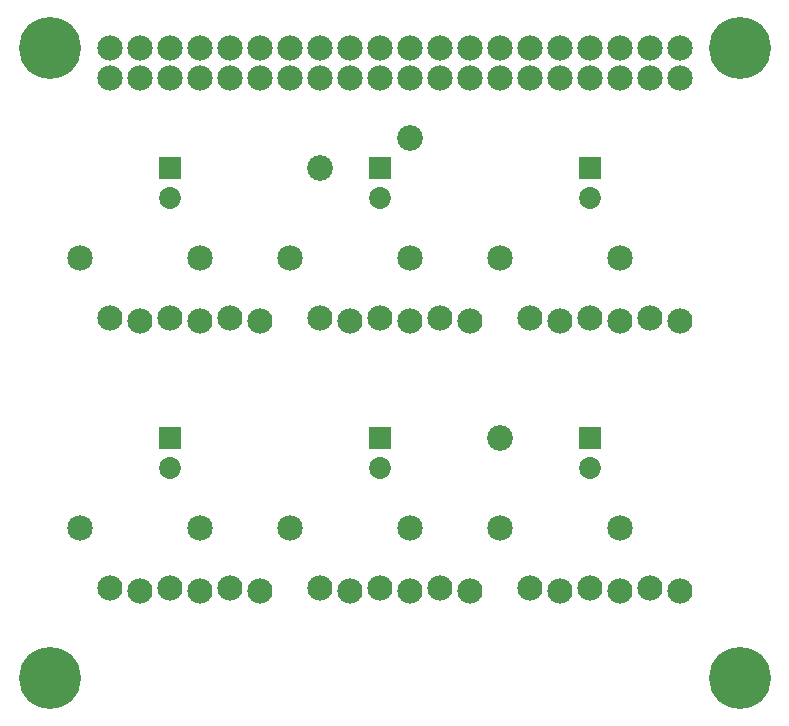
<source format=gts>
G04 MADE WITH FRITZING*
G04 WWW.FRITZING.ORG*
G04 DOUBLE SIDED*
G04 HOLES PLATED*
G04 CONTOUR ON CENTER OF CONTOUR VECTOR*
%ASAXBY*%
%FSLAX23Y23*%
%MOIN*%
%OFA0B0*%
%SFA1.0B1.0*%
%ADD10C,0.085000*%
%ADD11C,0.072992*%
%ADD12C,0.084000*%
%ADD13C,0.084667*%
%ADD14C,0.084695*%
%ADD15C,0.085433*%
%ADD16C,0.206850*%
%ADD17R,0.072992X0.072992*%
%LNMASK1*%
G90*
G70*
G54D10*
X302Y1608D03*
X702Y1608D03*
G54D11*
X602Y1906D03*
X602Y1808D03*
G54D10*
X1002Y1608D03*
X1402Y1608D03*
G54D11*
X1302Y1906D03*
X1302Y1808D03*
G54D10*
X1702Y1608D03*
X2102Y1608D03*
G54D11*
X2002Y1906D03*
X2002Y1808D03*
G54D10*
X302Y708D03*
X702Y708D03*
G54D11*
X602Y1006D03*
X602Y908D03*
G54D10*
X1002Y708D03*
X1402Y708D03*
G54D11*
X1302Y1006D03*
X1302Y908D03*
G54D10*
X1702Y708D03*
X2102Y708D03*
G54D11*
X2002Y1006D03*
X2002Y908D03*
G54D12*
X902Y1398D03*
X802Y1408D03*
X702Y1398D03*
X602Y1408D03*
X502Y1398D03*
X402Y1408D03*
X1602Y1398D03*
X1502Y1408D03*
X1402Y1398D03*
X1302Y1408D03*
X1202Y1398D03*
X1102Y1408D03*
X2302Y1398D03*
X2202Y1408D03*
X2102Y1398D03*
X2002Y1408D03*
X1902Y1398D03*
X1802Y1408D03*
X902Y498D03*
X802Y508D03*
X702Y498D03*
X602Y508D03*
X502Y498D03*
X402Y508D03*
X1602Y498D03*
X1502Y508D03*
X1402Y498D03*
X1302Y508D03*
X1202Y498D03*
X1102Y508D03*
X2302Y498D03*
X2202Y508D03*
X2102Y498D03*
X2002Y508D03*
X1902Y498D03*
X1802Y508D03*
G54D13*
X402Y2208D03*
X502Y2208D03*
X602Y2208D03*
X702Y2208D03*
G54D14*
X802Y2208D03*
G54D13*
X902Y2208D03*
X1002Y2208D03*
X1102Y2208D03*
X1202Y2208D03*
G54D14*
X1302Y2208D03*
G54D13*
X1402Y2208D03*
G54D14*
X1502Y2208D03*
G54D13*
X1602Y2208D03*
X1702Y2208D03*
X1802Y2208D03*
X1902Y2208D03*
G54D14*
X2002Y2208D03*
G54D13*
X2102Y2208D03*
X2202Y2208D03*
X2302Y2208D03*
X2302Y2308D03*
X2202Y2308D03*
X2102Y2308D03*
G54D14*
X2002Y2308D03*
G54D13*
X1902Y2308D03*
X1802Y2308D03*
X1702Y2308D03*
X1602Y2308D03*
G54D14*
X1502Y2308D03*
G54D13*
X1402Y2308D03*
G54D14*
X1302Y2308D03*
G54D13*
X1202Y2308D03*
X1102Y2308D03*
X1002Y2308D03*
X902Y2308D03*
G54D14*
X802Y2308D03*
G54D13*
X702Y2308D03*
X602Y2308D03*
X502Y2308D03*
X402Y2308D03*
G54D15*
X1402Y2008D03*
X1702Y1008D03*
X1102Y1908D03*
G54D16*
X2502Y2308D03*
X202Y2308D03*
X2502Y208D03*
X202Y208D03*
G54D17*
X602Y1906D03*
X1302Y1906D03*
X2002Y1906D03*
X602Y1006D03*
X1302Y1006D03*
X2002Y1006D03*
G04 End of Mask1*
M02*
</source>
